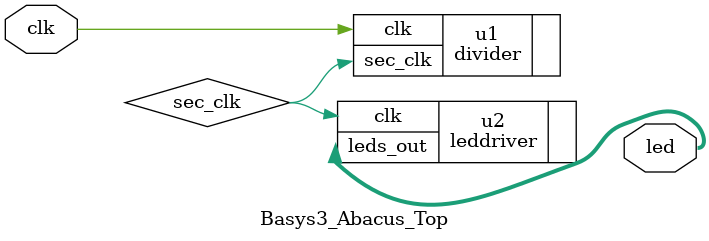
<source format=v>
`timescale 1ns / 1ps
 module Basys3_Abacus_Top(

//CLK Input
	 input clk,
	 
// LED Outputs
     output [15:0] led
     
 );

wire sec_clk;

// Divider Module
divider u1(

.clk(clk),
.sec_clk(sec_clk)
);

leddriver u2(

.clk(sec_clk),
.leds_out(led)

);

endmodule
</source>
